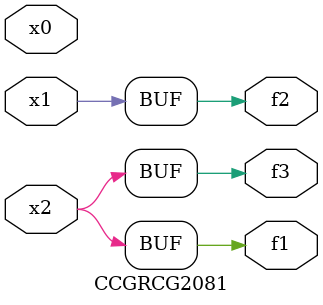
<source format=v>
module CCGRCG2081(
	input x0, x1, x2,
	output f1, f2, f3
);
	assign f1 = x2;
	assign f2 = x1;
	assign f3 = x2;
endmodule

</source>
